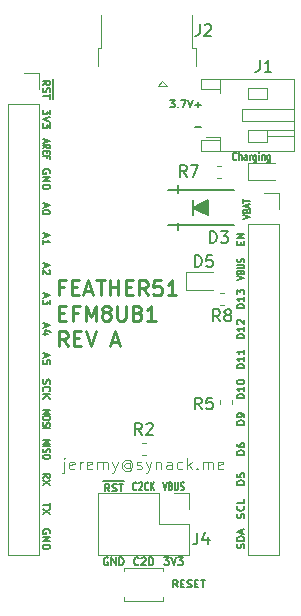
<source format=gto>
G04 #@! TF.GenerationSoftware,KiCad,Pcbnew,5.0.2+dfsg1-1*
G04 #@! TF.CreationDate,2019-04-15T18:08:30-07:00*
G04 #@! TF.ProjectId,feather51,66656174-6865-4723-9531-2e6b69636164,A*
G04 #@! TF.SameCoordinates,Original*
G04 #@! TF.FileFunction,Legend,Top*
G04 #@! TF.FilePolarity,Positive*
%FSLAX46Y46*%
G04 Gerber Fmt 4.6, Leading zero omitted, Abs format (unit mm)*
G04 Created by KiCad (PCBNEW 5.0.2+dfsg1-1) date Mon 15 Apr 2019 06:08:30 PM PDT*
%MOMM*%
%LPD*%
G01*
G04 APERTURE LIST*
%ADD10C,0.100000*%
%ADD11C,0.127000*%
%ADD12C,0.254000*%
%ADD13C,0.150000*%
%ADD14C,0.120000*%
G04 APERTURE END LIST*
D10*
X127905714Y-82335714D02*
X127905714Y-83192857D01*
X127858095Y-83288095D01*
X127762857Y-83335714D01*
X127715238Y-83335714D01*
X127905714Y-82002380D02*
X127858095Y-82050000D01*
X127905714Y-82097619D01*
X127953333Y-82050000D01*
X127905714Y-82002380D01*
X127905714Y-82097619D01*
X128762857Y-82954761D02*
X128667619Y-83002380D01*
X128477142Y-83002380D01*
X128381904Y-82954761D01*
X128334285Y-82859523D01*
X128334285Y-82478571D01*
X128381904Y-82383333D01*
X128477142Y-82335714D01*
X128667619Y-82335714D01*
X128762857Y-82383333D01*
X128810476Y-82478571D01*
X128810476Y-82573809D01*
X128334285Y-82669047D01*
X129239047Y-83002380D02*
X129239047Y-82335714D01*
X129239047Y-82526190D02*
X129286666Y-82430952D01*
X129334285Y-82383333D01*
X129429523Y-82335714D01*
X129524761Y-82335714D01*
X130239047Y-82954761D02*
X130143809Y-83002380D01*
X129953333Y-83002380D01*
X129858095Y-82954761D01*
X129810476Y-82859523D01*
X129810476Y-82478571D01*
X129858095Y-82383333D01*
X129953333Y-82335714D01*
X130143809Y-82335714D01*
X130239047Y-82383333D01*
X130286666Y-82478571D01*
X130286666Y-82573809D01*
X129810476Y-82669047D01*
X130715238Y-83002380D02*
X130715238Y-82335714D01*
X130715238Y-82430952D02*
X130762857Y-82383333D01*
X130858095Y-82335714D01*
X131000952Y-82335714D01*
X131096190Y-82383333D01*
X131143809Y-82478571D01*
X131143809Y-83002380D01*
X131143809Y-82478571D02*
X131191428Y-82383333D01*
X131286666Y-82335714D01*
X131429523Y-82335714D01*
X131524761Y-82383333D01*
X131572380Y-82478571D01*
X131572380Y-83002380D01*
X131953333Y-82335714D02*
X132191428Y-83002380D01*
X132429523Y-82335714D02*
X132191428Y-83002380D01*
X132096190Y-83240476D01*
X132048571Y-83288095D01*
X131953333Y-83335714D01*
X133429523Y-82526190D02*
X133381904Y-82478571D01*
X133286666Y-82430952D01*
X133191428Y-82430952D01*
X133096190Y-82478571D01*
X133048571Y-82526190D01*
X133000952Y-82621428D01*
X133000952Y-82716666D01*
X133048571Y-82811904D01*
X133096190Y-82859523D01*
X133191428Y-82907142D01*
X133286666Y-82907142D01*
X133381904Y-82859523D01*
X133429523Y-82811904D01*
X133429523Y-82430952D02*
X133429523Y-82811904D01*
X133477142Y-82859523D01*
X133524761Y-82859523D01*
X133620000Y-82811904D01*
X133667619Y-82716666D01*
X133667619Y-82478571D01*
X133572380Y-82335714D01*
X133429523Y-82240476D01*
X133239047Y-82192857D01*
X133048571Y-82240476D01*
X132905714Y-82335714D01*
X132810476Y-82478571D01*
X132762857Y-82669047D01*
X132810476Y-82859523D01*
X132905714Y-83002380D01*
X133048571Y-83097619D01*
X133239047Y-83145238D01*
X133429523Y-83097619D01*
X133572380Y-83002380D01*
X134048571Y-82954761D02*
X134143809Y-83002380D01*
X134334285Y-83002380D01*
X134429523Y-82954761D01*
X134477142Y-82859523D01*
X134477142Y-82811904D01*
X134429523Y-82716666D01*
X134334285Y-82669047D01*
X134191428Y-82669047D01*
X134096190Y-82621428D01*
X134048571Y-82526190D01*
X134048571Y-82478571D01*
X134096190Y-82383333D01*
X134191428Y-82335714D01*
X134334285Y-82335714D01*
X134429523Y-82383333D01*
X134810476Y-82335714D02*
X135048571Y-83002380D01*
X135286666Y-82335714D02*
X135048571Y-83002380D01*
X134953333Y-83240476D01*
X134905714Y-83288095D01*
X134810476Y-83335714D01*
X135667619Y-82335714D02*
X135667619Y-83002380D01*
X135667619Y-82430952D02*
X135715238Y-82383333D01*
X135810476Y-82335714D01*
X135953333Y-82335714D01*
X136048571Y-82383333D01*
X136096190Y-82478571D01*
X136096190Y-83002380D01*
X137000952Y-83002380D02*
X137000952Y-82478571D01*
X136953333Y-82383333D01*
X136858095Y-82335714D01*
X136667619Y-82335714D01*
X136572380Y-82383333D01*
X137000952Y-82954761D02*
X136905714Y-83002380D01*
X136667619Y-83002380D01*
X136572380Y-82954761D01*
X136524761Y-82859523D01*
X136524761Y-82764285D01*
X136572380Y-82669047D01*
X136667619Y-82621428D01*
X136905714Y-82621428D01*
X137000952Y-82573809D01*
X137905714Y-82954761D02*
X137810476Y-83002380D01*
X137620000Y-83002380D01*
X137524761Y-82954761D01*
X137477142Y-82907142D01*
X137429523Y-82811904D01*
X137429523Y-82526190D01*
X137477142Y-82430952D01*
X137524761Y-82383333D01*
X137620000Y-82335714D01*
X137810476Y-82335714D01*
X137905714Y-82383333D01*
X138334285Y-83002380D02*
X138334285Y-82002380D01*
X138429523Y-82621428D02*
X138715238Y-83002380D01*
X138715238Y-82335714D02*
X138334285Y-82716666D01*
X139143809Y-82907142D02*
X139191428Y-82954761D01*
X139143809Y-83002380D01*
X139096190Y-82954761D01*
X139143809Y-82907142D01*
X139143809Y-83002380D01*
X139620000Y-83002380D02*
X139620000Y-82335714D01*
X139620000Y-82430952D02*
X139667619Y-82383333D01*
X139762857Y-82335714D01*
X139905714Y-82335714D01*
X140000952Y-82383333D01*
X140048571Y-82478571D01*
X140048571Y-83002380D01*
X140048571Y-82478571D02*
X140096190Y-82383333D01*
X140191428Y-82335714D01*
X140334285Y-82335714D01*
X140429523Y-82383333D01*
X140477142Y-82478571D01*
X140477142Y-83002380D01*
X141334285Y-82954761D02*
X141239047Y-83002380D01*
X141048571Y-83002380D01*
X140953333Y-82954761D01*
X140905714Y-82859523D01*
X140905714Y-82478571D01*
X140953333Y-82383333D01*
X141048571Y-82335714D01*
X141239047Y-82335714D01*
X141334285Y-82383333D01*
X141381904Y-82478571D01*
X141381904Y-82573809D01*
X140905714Y-82669047D01*
D11*
X142527261Y-66971333D02*
X143162261Y-66802000D01*
X142527261Y-66632666D01*
X142829642Y-66294000D02*
X142859880Y-66221428D01*
X142890119Y-66197238D01*
X142950595Y-66173047D01*
X143041309Y-66173047D01*
X143101785Y-66197238D01*
X143132023Y-66221428D01*
X143162261Y-66269809D01*
X143162261Y-66463333D01*
X142527261Y-66463333D01*
X142527261Y-66294000D01*
X142557500Y-66245619D01*
X142587738Y-66221428D01*
X142648214Y-66197238D01*
X142708690Y-66197238D01*
X142769166Y-66221428D01*
X142799404Y-66245619D01*
X142829642Y-66294000D01*
X142829642Y-66463333D01*
X142527261Y-65955333D02*
X143041309Y-65955333D01*
X143101785Y-65931142D01*
X143132023Y-65906952D01*
X143162261Y-65858571D01*
X143162261Y-65761809D01*
X143132023Y-65713428D01*
X143101785Y-65689238D01*
X143041309Y-65665047D01*
X142527261Y-65665047D01*
X143132023Y-65447333D02*
X143162261Y-65374761D01*
X143162261Y-65253809D01*
X143132023Y-65205428D01*
X143101785Y-65181238D01*
X143041309Y-65157047D01*
X142980833Y-65157047D01*
X142920357Y-65181238D01*
X142890119Y-65205428D01*
X142859880Y-65253809D01*
X142829642Y-65350571D01*
X142799404Y-65398952D01*
X142769166Y-65423142D01*
X142708690Y-65447333D01*
X142648214Y-65447333D01*
X142587738Y-65423142D01*
X142557500Y-65398952D01*
X142527261Y-65350571D01*
X142527261Y-65229619D01*
X142557500Y-65157047D01*
X126712738Y-52553809D02*
X126712738Y-52946904D01*
X126470833Y-52735238D01*
X126470833Y-52825952D01*
X126440595Y-52886428D01*
X126410357Y-52916666D01*
X126349880Y-52946904D01*
X126198690Y-52946904D01*
X126138214Y-52916666D01*
X126107976Y-52886428D01*
X126077738Y-52825952D01*
X126077738Y-52644523D01*
X126107976Y-52584047D01*
X126138214Y-52553809D01*
X126712738Y-53128333D02*
X126077738Y-53340000D01*
X126712738Y-53551666D01*
X126712738Y-53702857D02*
X126712738Y-54095952D01*
X126470833Y-53884285D01*
X126470833Y-53975000D01*
X126440595Y-54035476D01*
X126410357Y-54065714D01*
X126349880Y-54095952D01*
X126198690Y-54095952D01*
X126138214Y-54065714D01*
X126107976Y-54035476D01*
X126077738Y-53975000D01*
X126077738Y-53793571D01*
X126107976Y-53733095D01*
X126138214Y-53702857D01*
X126259166Y-55057523D02*
X126259166Y-55299428D01*
X126077738Y-55009142D02*
X126712738Y-55178476D01*
X126077738Y-55347809D01*
X126077738Y-55807428D02*
X126380119Y-55638095D01*
X126077738Y-55517142D02*
X126712738Y-55517142D01*
X126712738Y-55710666D01*
X126682500Y-55759047D01*
X126652261Y-55783238D01*
X126591785Y-55807428D01*
X126501071Y-55807428D01*
X126440595Y-55783238D01*
X126410357Y-55759047D01*
X126380119Y-55710666D01*
X126380119Y-55517142D01*
X126410357Y-56025142D02*
X126410357Y-56194476D01*
X126077738Y-56267047D02*
X126077738Y-56025142D01*
X126712738Y-56025142D01*
X126712738Y-56267047D01*
X126410357Y-56654095D02*
X126410357Y-56484761D01*
X126077738Y-56484761D02*
X126712738Y-56484761D01*
X126712738Y-56726666D01*
X138982450Y-54020357D02*
X139466259Y-54020357D01*
X136865783Y-51722261D02*
X137258878Y-51722261D01*
X137047211Y-51964166D01*
X137137926Y-51964166D01*
X137198402Y-51994404D01*
X137228640Y-52024642D01*
X137258878Y-52085119D01*
X137258878Y-52236309D01*
X137228640Y-52296785D01*
X137198402Y-52327023D01*
X137137926Y-52357261D01*
X136956497Y-52357261D01*
X136896021Y-52327023D01*
X136865783Y-52296785D01*
X137531021Y-52296785D02*
X137561259Y-52327023D01*
X137531021Y-52357261D01*
X137500783Y-52327023D01*
X137531021Y-52296785D01*
X137531021Y-52357261D01*
X137772926Y-51722261D02*
X138196259Y-51722261D01*
X137924116Y-52357261D01*
X138347450Y-51722261D02*
X138559116Y-52357261D01*
X138770783Y-51722261D01*
X138982450Y-52115357D02*
X139466259Y-52115357D01*
X139224354Y-52357261D02*
X139224354Y-51873452D01*
X131218214Y-83959700D02*
X131853214Y-83959700D01*
X131732261Y-84869261D02*
X131520595Y-84566880D01*
X131369404Y-84869261D02*
X131369404Y-84234261D01*
X131611309Y-84234261D01*
X131671785Y-84264500D01*
X131702023Y-84294738D01*
X131732261Y-84355214D01*
X131732261Y-84445928D01*
X131702023Y-84506404D01*
X131671785Y-84536642D01*
X131611309Y-84566880D01*
X131369404Y-84566880D01*
X131853214Y-83959700D02*
X132457976Y-83959700D01*
X131974166Y-84839023D02*
X132064880Y-84869261D01*
X132216071Y-84869261D01*
X132276547Y-84839023D01*
X132306785Y-84808785D01*
X132337023Y-84748309D01*
X132337023Y-84687833D01*
X132306785Y-84627357D01*
X132276547Y-84597119D01*
X132216071Y-84566880D01*
X132095119Y-84536642D01*
X132034642Y-84506404D01*
X132004404Y-84476166D01*
X131974166Y-84415690D01*
X131974166Y-84355214D01*
X132004404Y-84294738D01*
X132034642Y-84264500D01*
X132095119Y-84234261D01*
X132246309Y-84234261D01*
X132337023Y-84264500D01*
X132457976Y-83959700D02*
X132941785Y-83959700D01*
X132518452Y-84234261D02*
X132881309Y-84234261D01*
X132699880Y-84869261D02*
X132699880Y-84234261D01*
X134027333Y-84681785D02*
X134003142Y-84712023D01*
X133930571Y-84742261D01*
X133882190Y-84742261D01*
X133809619Y-84712023D01*
X133761238Y-84651547D01*
X133737047Y-84591071D01*
X133712857Y-84470119D01*
X133712857Y-84379404D01*
X133737047Y-84258452D01*
X133761238Y-84197976D01*
X133809619Y-84137500D01*
X133882190Y-84107261D01*
X133930571Y-84107261D01*
X134003142Y-84137500D01*
X134027333Y-84167738D01*
X134220857Y-84167738D02*
X134245047Y-84137500D01*
X134293428Y-84107261D01*
X134414380Y-84107261D01*
X134462761Y-84137500D01*
X134486952Y-84167738D01*
X134511142Y-84228214D01*
X134511142Y-84288690D01*
X134486952Y-84379404D01*
X134196666Y-84742261D01*
X134511142Y-84742261D01*
X135019142Y-84681785D02*
X134994952Y-84712023D01*
X134922380Y-84742261D01*
X134874000Y-84742261D01*
X134801428Y-84712023D01*
X134753047Y-84651547D01*
X134728857Y-84591071D01*
X134704666Y-84470119D01*
X134704666Y-84379404D01*
X134728857Y-84258452D01*
X134753047Y-84197976D01*
X134801428Y-84137500D01*
X134874000Y-84107261D01*
X134922380Y-84107261D01*
X134994952Y-84137500D01*
X135019142Y-84167738D01*
X135236857Y-84742261D02*
X135236857Y-84107261D01*
X135527142Y-84742261D02*
X135309428Y-84379404D01*
X135527142Y-84107261D02*
X135236857Y-84470119D01*
X136228666Y-84107261D02*
X136398000Y-84742261D01*
X136567333Y-84107261D01*
X136906000Y-84409642D02*
X136978571Y-84439880D01*
X137002761Y-84470119D01*
X137026952Y-84530595D01*
X137026952Y-84621309D01*
X137002761Y-84681785D01*
X136978571Y-84712023D01*
X136930190Y-84742261D01*
X136736666Y-84742261D01*
X136736666Y-84107261D01*
X136906000Y-84107261D01*
X136954380Y-84137500D01*
X136978571Y-84167738D01*
X137002761Y-84228214D01*
X137002761Y-84288690D01*
X136978571Y-84349166D01*
X136954380Y-84379404D01*
X136906000Y-84409642D01*
X136736666Y-84409642D01*
X137244666Y-84107261D02*
X137244666Y-84621309D01*
X137268857Y-84681785D01*
X137293047Y-84712023D01*
X137341428Y-84742261D01*
X137438190Y-84742261D01*
X137486571Y-84712023D01*
X137510761Y-84681785D01*
X137534952Y-84621309D01*
X137534952Y-84107261D01*
X137752666Y-84712023D02*
X137825238Y-84742261D01*
X137946190Y-84742261D01*
X137994571Y-84712023D01*
X138018761Y-84681785D01*
X138042952Y-84621309D01*
X138042952Y-84560833D01*
X138018761Y-84500357D01*
X137994571Y-84470119D01*
X137946190Y-84439880D01*
X137849428Y-84409642D01*
X137801047Y-84379404D01*
X137776857Y-84349166D01*
X137752666Y-84288690D01*
X137752666Y-84228214D01*
X137776857Y-84167738D01*
X137801047Y-84137500D01*
X137849428Y-84107261D01*
X137970380Y-84107261D01*
X138042952Y-84137500D01*
X136373809Y-90457261D02*
X136766904Y-90457261D01*
X136555238Y-90699166D01*
X136645952Y-90699166D01*
X136706428Y-90729404D01*
X136736666Y-90759642D01*
X136766904Y-90820119D01*
X136766904Y-90971309D01*
X136736666Y-91031785D01*
X136706428Y-91062023D01*
X136645952Y-91092261D01*
X136464523Y-91092261D01*
X136404047Y-91062023D01*
X136373809Y-91031785D01*
X136948333Y-90457261D02*
X137160000Y-91092261D01*
X137371666Y-90457261D01*
X137522857Y-90457261D02*
X137915952Y-90457261D01*
X137704285Y-90699166D01*
X137795000Y-90699166D01*
X137855476Y-90729404D01*
X137885714Y-90759642D01*
X137915952Y-90820119D01*
X137915952Y-90971309D01*
X137885714Y-91031785D01*
X137855476Y-91062023D01*
X137795000Y-91092261D01*
X137613571Y-91092261D01*
X137553095Y-91062023D01*
X137522857Y-91031785D01*
X131596190Y-90487500D02*
X131535714Y-90457261D01*
X131445000Y-90457261D01*
X131354285Y-90487500D01*
X131293809Y-90547976D01*
X131263571Y-90608452D01*
X131233333Y-90729404D01*
X131233333Y-90820119D01*
X131263571Y-90941071D01*
X131293809Y-91001547D01*
X131354285Y-91062023D01*
X131445000Y-91092261D01*
X131505476Y-91092261D01*
X131596190Y-91062023D01*
X131626428Y-91031785D01*
X131626428Y-90820119D01*
X131505476Y-90820119D01*
X131898571Y-91092261D02*
X131898571Y-90457261D01*
X132261428Y-91092261D01*
X132261428Y-90457261D01*
X132563809Y-91092261D02*
X132563809Y-90457261D01*
X132715000Y-90457261D01*
X132805714Y-90487500D01*
X132866190Y-90547976D01*
X132896428Y-90608452D01*
X132926666Y-90729404D01*
X132926666Y-90820119D01*
X132896428Y-90941071D01*
X132866190Y-91001547D01*
X132805714Y-91062023D01*
X132715000Y-91092261D01*
X132563809Y-91092261D01*
X134196666Y-91031785D02*
X134166428Y-91062023D01*
X134075714Y-91092261D01*
X134015238Y-91092261D01*
X133924523Y-91062023D01*
X133864047Y-91001547D01*
X133833809Y-90941071D01*
X133803571Y-90820119D01*
X133803571Y-90729404D01*
X133833809Y-90608452D01*
X133864047Y-90547976D01*
X133924523Y-90487500D01*
X134015238Y-90457261D01*
X134075714Y-90457261D01*
X134166428Y-90487500D01*
X134196666Y-90517738D01*
X134438571Y-90517738D02*
X134468809Y-90487500D01*
X134529285Y-90457261D01*
X134680476Y-90457261D01*
X134740952Y-90487500D01*
X134771190Y-90517738D01*
X134801428Y-90578214D01*
X134801428Y-90638690D01*
X134771190Y-90729404D01*
X134408333Y-91092261D01*
X134801428Y-91092261D01*
X135073571Y-91092261D02*
X135073571Y-90457261D01*
X135224761Y-90457261D01*
X135315476Y-90487500D01*
X135375952Y-90547976D01*
X135406190Y-90608452D01*
X135436428Y-90729404D01*
X135436428Y-90820119D01*
X135406190Y-90941071D01*
X135375952Y-91001547D01*
X135315476Y-91062023D01*
X135224761Y-91092261D01*
X135073571Y-91092261D01*
X137507738Y-92997261D02*
X137296071Y-92694880D01*
X137144880Y-92997261D02*
X137144880Y-92362261D01*
X137386785Y-92362261D01*
X137447261Y-92392500D01*
X137477500Y-92422738D01*
X137507738Y-92483214D01*
X137507738Y-92573928D01*
X137477500Y-92634404D01*
X137447261Y-92664642D01*
X137386785Y-92694880D01*
X137144880Y-92694880D01*
X137779880Y-92664642D02*
X137991547Y-92664642D01*
X138082261Y-92997261D02*
X137779880Y-92997261D01*
X137779880Y-92362261D01*
X138082261Y-92362261D01*
X138324166Y-92967023D02*
X138414880Y-92997261D01*
X138566071Y-92997261D01*
X138626547Y-92967023D01*
X138656785Y-92936785D01*
X138687023Y-92876309D01*
X138687023Y-92815833D01*
X138656785Y-92755357D01*
X138626547Y-92725119D01*
X138566071Y-92694880D01*
X138445119Y-92664642D01*
X138384642Y-92634404D01*
X138354404Y-92604166D01*
X138324166Y-92543690D01*
X138324166Y-92483214D01*
X138354404Y-92422738D01*
X138384642Y-92392500D01*
X138445119Y-92362261D01*
X138596309Y-92362261D01*
X138687023Y-92392500D01*
X138959166Y-92664642D02*
X139170833Y-92664642D01*
X139261547Y-92997261D02*
X138959166Y-92997261D01*
X138959166Y-92362261D01*
X139261547Y-92362261D01*
X139442976Y-92362261D02*
X139805833Y-92362261D01*
X139624404Y-92997261D02*
X139624404Y-92362261D01*
D12*
X127890814Y-67600285D02*
X127467480Y-67600285D01*
X127467480Y-68265523D02*
X127467480Y-66995523D01*
X128072242Y-66995523D01*
X128556052Y-67600285D02*
X128979385Y-67600285D01*
X129160814Y-68265523D02*
X128556052Y-68265523D01*
X128556052Y-66995523D01*
X129160814Y-66995523D01*
X129644623Y-67902666D02*
X130249385Y-67902666D01*
X129523671Y-68265523D02*
X129947004Y-66995523D01*
X130370338Y-68265523D01*
X130612242Y-66995523D02*
X131337957Y-66995523D01*
X130975100Y-68265523D02*
X130975100Y-66995523D01*
X131761290Y-68265523D02*
X131761290Y-66995523D01*
X131761290Y-67600285D02*
X132487004Y-67600285D01*
X132487004Y-68265523D02*
X132487004Y-66995523D01*
X133091766Y-67600285D02*
X133515100Y-67600285D01*
X133696528Y-68265523D02*
X133091766Y-68265523D01*
X133091766Y-66995523D01*
X133696528Y-66995523D01*
X134966528Y-68265523D02*
X134543195Y-67660761D01*
X134240814Y-68265523D02*
X134240814Y-66995523D01*
X134724623Y-66995523D01*
X134845576Y-67056000D01*
X134906052Y-67116476D01*
X134966528Y-67237428D01*
X134966528Y-67418857D01*
X134906052Y-67539809D01*
X134845576Y-67600285D01*
X134724623Y-67660761D01*
X134240814Y-67660761D01*
X136115576Y-66995523D02*
X135510814Y-66995523D01*
X135450338Y-67600285D01*
X135510814Y-67539809D01*
X135631766Y-67479333D01*
X135934147Y-67479333D01*
X136055100Y-67539809D01*
X136115576Y-67600285D01*
X136176052Y-67721238D01*
X136176052Y-68023619D01*
X136115576Y-68144571D01*
X136055100Y-68205047D01*
X135934147Y-68265523D01*
X135631766Y-68265523D01*
X135510814Y-68205047D01*
X135450338Y-68144571D01*
X137385576Y-68265523D02*
X136659861Y-68265523D01*
X137022719Y-68265523D02*
X137022719Y-66995523D01*
X136901766Y-67176952D01*
X136780814Y-67297904D01*
X136659861Y-67358380D01*
X127467480Y-69759285D02*
X127890814Y-69759285D01*
X128072242Y-70424523D02*
X127467480Y-70424523D01*
X127467480Y-69154523D01*
X128072242Y-69154523D01*
X129039861Y-69759285D02*
X128616528Y-69759285D01*
X128616528Y-70424523D02*
X128616528Y-69154523D01*
X129221290Y-69154523D01*
X129705100Y-70424523D02*
X129705100Y-69154523D01*
X130128433Y-70061666D01*
X130551766Y-69154523D01*
X130551766Y-70424523D01*
X131337957Y-69698809D02*
X131217004Y-69638333D01*
X131156528Y-69577857D01*
X131096052Y-69456904D01*
X131096052Y-69396428D01*
X131156528Y-69275476D01*
X131217004Y-69215000D01*
X131337957Y-69154523D01*
X131579861Y-69154523D01*
X131700814Y-69215000D01*
X131761290Y-69275476D01*
X131821766Y-69396428D01*
X131821766Y-69456904D01*
X131761290Y-69577857D01*
X131700814Y-69638333D01*
X131579861Y-69698809D01*
X131337957Y-69698809D01*
X131217004Y-69759285D01*
X131156528Y-69819761D01*
X131096052Y-69940714D01*
X131096052Y-70182619D01*
X131156528Y-70303571D01*
X131217004Y-70364047D01*
X131337957Y-70424523D01*
X131579861Y-70424523D01*
X131700814Y-70364047D01*
X131761290Y-70303571D01*
X131821766Y-70182619D01*
X131821766Y-69940714D01*
X131761290Y-69819761D01*
X131700814Y-69759285D01*
X131579861Y-69698809D01*
X132366052Y-69154523D02*
X132366052Y-70182619D01*
X132426528Y-70303571D01*
X132487004Y-70364047D01*
X132607957Y-70424523D01*
X132849861Y-70424523D01*
X132970814Y-70364047D01*
X133031290Y-70303571D01*
X133091766Y-70182619D01*
X133091766Y-69154523D01*
X134119861Y-69759285D02*
X134301290Y-69819761D01*
X134361766Y-69880238D01*
X134422242Y-70001190D01*
X134422242Y-70182619D01*
X134361766Y-70303571D01*
X134301290Y-70364047D01*
X134180338Y-70424523D01*
X133696528Y-70424523D01*
X133696528Y-69154523D01*
X134119861Y-69154523D01*
X134240814Y-69215000D01*
X134301290Y-69275476D01*
X134361766Y-69396428D01*
X134361766Y-69517380D01*
X134301290Y-69638333D01*
X134240814Y-69698809D01*
X134119861Y-69759285D01*
X133696528Y-69759285D01*
X135631766Y-70424523D02*
X134906052Y-70424523D01*
X135268909Y-70424523D02*
X135268909Y-69154523D01*
X135147957Y-69335952D01*
X135027004Y-69456904D01*
X134906052Y-69517380D01*
X128193195Y-72583523D02*
X127769861Y-71978761D01*
X127467480Y-72583523D02*
X127467480Y-71313523D01*
X127951290Y-71313523D01*
X128072242Y-71374000D01*
X128132719Y-71434476D01*
X128193195Y-71555428D01*
X128193195Y-71736857D01*
X128132719Y-71857809D01*
X128072242Y-71918285D01*
X127951290Y-71978761D01*
X127467480Y-71978761D01*
X128737480Y-71918285D02*
X129160814Y-71918285D01*
X129342242Y-72583523D02*
X128737480Y-72583523D01*
X128737480Y-71313523D01*
X129342242Y-71313523D01*
X129705100Y-71313523D02*
X130128433Y-72583523D01*
X130551766Y-71313523D01*
X131882242Y-72220666D02*
X132487004Y-72220666D01*
X131761290Y-72583523D02*
X132184623Y-71313523D01*
X132607957Y-72583523D01*
D11*
X142494000Y-56741785D02*
X142469809Y-56772023D01*
X142397238Y-56802261D01*
X142348857Y-56802261D01*
X142276285Y-56772023D01*
X142227904Y-56711547D01*
X142203714Y-56651071D01*
X142179523Y-56530119D01*
X142179523Y-56439404D01*
X142203714Y-56318452D01*
X142227904Y-56257976D01*
X142276285Y-56197500D01*
X142348857Y-56167261D01*
X142397238Y-56167261D01*
X142469809Y-56197500D01*
X142494000Y-56227738D01*
X142711714Y-56802261D02*
X142711714Y-56167261D01*
X142929428Y-56802261D02*
X142929428Y-56469642D01*
X142905238Y-56409166D01*
X142856857Y-56378928D01*
X142784285Y-56378928D01*
X142735904Y-56409166D01*
X142711714Y-56439404D01*
X143389047Y-56802261D02*
X143389047Y-56469642D01*
X143364857Y-56409166D01*
X143316476Y-56378928D01*
X143219714Y-56378928D01*
X143171333Y-56409166D01*
X143389047Y-56772023D02*
X143340666Y-56802261D01*
X143219714Y-56802261D01*
X143171333Y-56772023D01*
X143147142Y-56711547D01*
X143147142Y-56651071D01*
X143171333Y-56590595D01*
X143219714Y-56560357D01*
X143340666Y-56560357D01*
X143389047Y-56530119D01*
X143630952Y-56802261D02*
X143630952Y-56378928D01*
X143630952Y-56499880D02*
X143655142Y-56439404D01*
X143679333Y-56409166D01*
X143727714Y-56378928D01*
X143776095Y-56378928D01*
X144163142Y-56378928D02*
X144163142Y-56892976D01*
X144138952Y-56953452D01*
X144114761Y-56983690D01*
X144066380Y-57013928D01*
X143993809Y-57013928D01*
X143945428Y-56983690D01*
X144163142Y-56772023D02*
X144114761Y-56802261D01*
X144018000Y-56802261D01*
X143969619Y-56772023D01*
X143945428Y-56741785D01*
X143921238Y-56681309D01*
X143921238Y-56499880D01*
X143945428Y-56439404D01*
X143969619Y-56409166D01*
X144018000Y-56378928D01*
X144114761Y-56378928D01*
X144163142Y-56409166D01*
X144405047Y-56802261D02*
X144405047Y-56378928D01*
X144405047Y-56167261D02*
X144380857Y-56197500D01*
X144405047Y-56227738D01*
X144429238Y-56197500D01*
X144405047Y-56167261D01*
X144405047Y-56227738D01*
X144646952Y-56378928D02*
X144646952Y-56802261D01*
X144646952Y-56439404D02*
X144671142Y-56409166D01*
X144719523Y-56378928D01*
X144792095Y-56378928D01*
X144840476Y-56409166D01*
X144864666Y-56469642D01*
X144864666Y-56802261D01*
X145324285Y-56378928D02*
X145324285Y-56892976D01*
X145300095Y-56953452D01*
X145275904Y-56983690D01*
X145227523Y-57013928D01*
X145154952Y-57013928D01*
X145106571Y-56983690D01*
X145324285Y-56772023D02*
X145275904Y-56802261D01*
X145179142Y-56802261D01*
X145130761Y-56772023D01*
X145106571Y-56741785D01*
X145082380Y-56681309D01*
X145082380Y-56499880D01*
X145106571Y-56439404D01*
X145130761Y-56409166D01*
X145179142Y-56378928D01*
X145275904Y-56378928D01*
X145324285Y-56409166D01*
X143035261Y-61794571D02*
X143670261Y-61625238D01*
X143035261Y-61455904D01*
X143337642Y-61117238D02*
X143367880Y-61044666D01*
X143398119Y-61020476D01*
X143458595Y-60996285D01*
X143549309Y-60996285D01*
X143609785Y-61020476D01*
X143640023Y-61044666D01*
X143670261Y-61093047D01*
X143670261Y-61286571D01*
X143035261Y-61286571D01*
X143035261Y-61117238D01*
X143065500Y-61068857D01*
X143095738Y-61044666D01*
X143156214Y-61020476D01*
X143216690Y-61020476D01*
X143277166Y-61044666D01*
X143307404Y-61068857D01*
X143337642Y-61117238D01*
X143337642Y-61286571D01*
X143488833Y-60802761D02*
X143488833Y-60560857D01*
X143670261Y-60851142D02*
X143035261Y-60681809D01*
X143670261Y-60512476D01*
X143035261Y-60415714D02*
X143035261Y-60125428D01*
X143670261Y-60270571D02*
X143035261Y-60270571D01*
X142829642Y-63968690D02*
X142829642Y-63757023D01*
X143162261Y-63666309D02*
X143162261Y-63968690D01*
X142527261Y-63968690D01*
X142527261Y-63666309D01*
X143162261Y-63394166D02*
X142527261Y-63394166D01*
X143162261Y-63031309D01*
X142527261Y-63031309D01*
X143162261Y-69351071D02*
X142527261Y-69351071D01*
X142527261Y-69199880D01*
X142557500Y-69109166D01*
X142617976Y-69048690D01*
X142678452Y-69018452D01*
X142799404Y-68988214D01*
X142890119Y-68988214D01*
X143011071Y-69018452D01*
X143071547Y-69048690D01*
X143132023Y-69109166D01*
X143162261Y-69199880D01*
X143162261Y-69351071D01*
X143162261Y-68383452D02*
X143162261Y-68746309D01*
X143162261Y-68564880D02*
X142527261Y-68564880D01*
X142617976Y-68625357D01*
X142678452Y-68685833D01*
X142708690Y-68746309D01*
X142527261Y-68171785D02*
X142527261Y-67778690D01*
X142769166Y-67990357D01*
X142769166Y-67899642D01*
X142799404Y-67839166D01*
X142829642Y-67808928D01*
X142890119Y-67778690D01*
X143041309Y-67778690D01*
X143101785Y-67808928D01*
X143132023Y-67839166D01*
X143162261Y-67899642D01*
X143162261Y-68081071D01*
X143132023Y-68141547D01*
X143101785Y-68171785D01*
X143162261Y-71891071D02*
X142527261Y-71891071D01*
X142527261Y-71739880D01*
X142557500Y-71649166D01*
X142617976Y-71588690D01*
X142678452Y-71558452D01*
X142799404Y-71528214D01*
X142890119Y-71528214D01*
X143011071Y-71558452D01*
X143071547Y-71588690D01*
X143132023Y-71649166D01*
X143162261Y-71739880D01*
X143162261Y-71891071D01*
X143162261Y-70923452D02*
X143162261Y-71286309D01*
X143162261Y-71104880D02*
X142527261Y-71104880D01*
X142617976Y-71165357D01*
X142678452Y-71225833D01*
X142708690Y-71286309D01*
X142587738Y-70681547D02*
X142557500Y-70651309D01*
X142527261Y-70590833D01*
X142527261Y-70439642D01*
X142557500Y-70379166D01*
X142587738Y-70348928D01*
X142648214Y-70318690D01*
X142708690Y-70318690D01*
X142799404Y-70348928D01*
X143162261Y-70711785D01*
X143162261Y-70318690D01*
X143162261Y-74431071D02*
X142527261Y-74431071D01*
X142527261Y-74279880D01*
X142557500Y-74189166D01*
X142617976Y-74128690D01*
X142678452Y-74098452D01*
X142799404Y-74068214D01*
X142890119Y-74068214D01*
X143011071Y-74098452D01*
X143071547Y-74128690D01*
X143132023Y-74189166D01*
X143162261Y-74279880D01*
X143162261Y-74431071D01*
X143162261Y-73463452D02*
X143162261Y-73826309D01*
X143162261Y-73644880D02*
X142527261Y-73644880D01*
X142617976Y-73705357D01*
X142678452Y-73765833D01*
X142708690Y-73826309D01*
X143162261Y-72858690D02*
X143162261Y-73221547D01*
X143162261Y-73040119D02*
X142527261Y-73040119D01*
X142617976Y-73100595D01*
X142678452Y-73161071D01*
X142708690Y-73221547D01*
X143162261Y-76971071D02*
X142527261Y-76971071D01*
X142527261Y-76819880D01*
X142557500Y-76729166D01*
X142617976Y-76668690D01*
X142678452Y-76638452D01*
X142799404Y-76608214D01*
X142890119Y-76608214D01*
X143011071Y-76638452D01*
X143071547Y-76668690D01*
X143132023Y-76729166D01*
X143162261Y-76819880D01*
X143162261Y-76971071D01*
X143162261Y-76003452D02*
X143162261Y-76366309D01*
X143162261Y-76184880D02*
X142527261Y-76184880D01*
X142617976Y-76245357D01*
X142678452Y-76305833D01*
X142708690Y-76366309D01*
X142527261Y-75610357D02*
X142527261Y-75549880D01*
X142557500Y-75489404D01*
X142587738Y-75459166D01*
X142648214Y-75428928D01*
X142769166Y-75398690D01*
X142920357Y-75398690D01*
X143041309Y-75428928D01*
X143101785Y-75459166D01*
X143132023Y-75489404D01*
X143162261Y-75549880D01*
X143162261Y-75610357D01*
X143132023Y-75670833D01*
X143101785Y-75701071D01*
X143041309Y-75731309D01*
X142920357Y-75761547D01*
X142769166Y-75761547D01*
X142648214Y-75731309D01*
X142587738Y-75701071D01*
X142557500Y-75670833D01*
X142527261Y-75610357D01*
X143162261Y-79208690D02*
X142527261Y-79208690D01*
X142527261Y-79057500D01*
X142557500Y-78966785D01*
X142617976Y-78906309D01*
X142678452Y-78876071D01*
X142799404Y-78845833D01*
X142890119Y-78845833D01*
X143011071Y-78876071D01*
X143071547Y-78906309D01*
X143132023Y-78966785D01*
X143162261Y-79057500D01*
X143162261Y-79208690D01*
X143162261Y-78543452D02*
X143162261Y-78422500D01*
X143132023Y-78362023D01*
X143101785Y-78331785D01*
X143011071Y-78271309D01*
X142890119Y-78241071D01*
X142648214Y-78241071D01*
X142587738Y-78271309D01*
X142557500Y-78301547D01*
X142527261Y-78362023D01*
X142527261Y-78482976D01*
X142557500Y-78543452D01*
X142587738Y-78573690D01*
X142648214Y-78603928D01*
X142799404Y-78603928D01*
X142859880Y-78573690D01*
X142890119Y-78543452D01*
X142920357Y-78482976D01*
X142920357Y-78362023D01*
X142890119Y-78301547D01*
X142859880Y-78271309D01*
X142799404Y-78241071D01*
X143162261Y-81748690D02*
X142527261Y-81748690D01*
X142527261Y-81597500D01*
X142557500Y-81506785D01*
X142617976Y-81446309D01*
X142678452Y-81416071D01*
X142799404Y-81385833D01*
X142890119Y-81385833D01*
X143011071Y-81416071D01*
X143071547Y-81446309D01*
X143132023Y-81506785D01*
X143162261Y-81597500D01*
X143162261Y-81748690D01*
X142527261Y-80841547D02*
X142527261Y-80962500D01*
X142557500Y-81022976D01*
X142587738Y-81053214D01*
X142678452Y-81113690D01*
X142799404Y-81143928D01*
X143041309Y-81143928D01*
X143101785Y-81113690D01*
X143132023Y-81083452D01*
X143162261Y-81022976D01*
X143162261Y-80902023D01*
X143132023Y-80841547D01*
X143101785Y-80811309D01*
X143041309Y-80781071D01*
X142890119Y-80781071D01*
X142829642Y-80811309D01*
X142799404Y-80841547D01*
X142769166Y-80902023D01*
X142769166Y-81022976D01*
X142799404Y-81083452D01*
X142829642Y-81113690D01*
X142890119Y-81143928D01*
X143162261Y-84288690D02*
X142527261Y-84288690D01*
X142527261Y-84137500D01*
X142557500Y-84046785D01*
X142617976Y-83986309D01*
X142678452Y-83956071D01*
X142799404Y-83925833D01*
X142890119Y-83925833D01*
X143011071Y-83956071D01*
X143071547Y-83986309D01*
X143132023Y-84046785D01*
X143162261Y-84137500D01*
X143162261Y-84288690D01*
X142527261Y-83351309D02*
X142527261Y-83653690D01*
X142829642Y-83683928D01*
X142799404Y-83653690D01*
X142769166Y-83593214D01*
X142769166Y-83442023D01*
X142799404Y-83381547D01*
X142829642Y-83351309D01*
X142890119Y-83321071D01*
X143041309Y-83321071D01*
X143101785Y-83351309D01*
X143132023Y-83381547D01*
X143162261Y-83442023D01*
X143162261Y-83593214D01*
X143132023Y-83653690D01*
X143101785Y-83683928D01*
X143132023Y-87115952D02*
X143162261Y-87025238D01*
X143162261Y-86874047D01*
X143132023Y-86813571D01*
X143101785Y-86783333D01*
X143041309Y-86753095D01*
X142980833Y-86753095D01*
X142920357Y-86783333D01*
X142890119Y-86813571D01*
X142859880Y-86874047D01*
X142829642Y-86995000D01*
X142799404Y-87055476D01*
X142769166Y-87085714D01*
X142708690Y-87115952D01*
X142648214Y-87115952D01*
X142587738Y-87085714D01*
X142557500Y-87055476D01*
X142527261Y-86995000D01*
X142527261Y-86843809D01*
X142557500Y-86753095D01*
X143101785Y-86118095D02*
X143132023Y-86148333D01*
X143162261Y-86239047D01*
X143162261Y-86299523D01*
X143132023Y-86390238D01*
X143071547Y-86450714D01*
X143011071Y-86480952D01*
X142890119Y-86511190D01*
X142799404Y-86511190D01*
X142678452Y-86480952D01*
X142617976Y-86450714D01*
X142557500Y-86390238D01*
X142527261Y-86299523D01*
X142527261Y-86239047D01*
X142557500Y-86148333D01*
X142587738Y-86118095D01*
X143162261Y-85543571D02*
X143162261Y-85845952D01*
X142527261Y-85845952D01*
X143132023Y-89671071D02*
X143162261Y-89580357D01*
X143162261Y-89429166D01*
X143132023Y-89368690D01*
X143101785Y-89338452D01*
X143041309Y-89308214D01*
X142980833Y-89308214D01*
X142920357Y-89338452D01*
X142890119Y-89368690D01*
X142859880Y-89429166D01*
X142829642Y-89550119D01*
X142799404Y-89610595D01*
X142769166Y-89640833D01*
X142708690Y-89671071D01*
X142648214Y-89671071D01*
X142587738Y-89640833D01*
X142557500Y-89610595D01*
X142527261Y-89550119D01*
X142527261Y-89398928D01*
X142557500Y-89308214D01*
X143162261Y-89036071D02*
X142527261Y-89036071D01*
X142527261Y-88884880D01*
X142557500Y-88794166D01*
X142617976Y-88733690D01*
X142678452Y-88703452D01*
X142799404Y-88673214D01*
X142890119Y-88673214D01*
X143011071Y-88703452D01*
X143071547Y-88733690D01*
X143132023Y-88794166D01*
X143162261Y-88884880D01*
X143162261Y-89036071D01*
X142980833Y-88431309D02*
X142980833Y-88128928D01*
X143162261Y-88491785D02*
X142527261Y-88280119D01*
X143162261Y-88068452D01*
X126682500Y-88416190D02*
X126712738Y-88355714D01*
X126712738Y-88265000D01*
X126682500Y-88174285D01*
X126622023Y-88113809D01*
X126561547Y-88083571D01*
X126440595Y-88053333D01*
X126349880Y-88053333D01*
X126228928Y-88083571D01*
X126168452Y-88113809D01*
X126107976Y-88174285D01*
X126077738Y-88265000D01*
X126077738Y-88325476D01*
X126107976Y-88416190D01*
X126138214Y-88446428D01*
X126349880Y-88446428D01*
X126349880Y-88325476D01*
X126077738Y-88718571D02*
X126712738Y-88718571D01*
X126077738Y-89081428D01*
X126712738Y-89081428D01*
X126077738Y-89383809D02*
X126712738Y-89383809D01*
X126712738Y-89535000D01*
X126682500Y-89625714D01*
X126622023Y-89686190D01*
X126561547Y-89716428D01*
X126440595Y-89746666D01*
X126349880Y-89746666D01*
X126228928Y-89716428D01*
X126168452Y-89686190D01*
X126107976Y-89625714D01*
X126077738Y-89535000D01*
X126077738Y-89383809D01*
X126712738Y-85876190D02*
X126712738Y-86239047D01*
X126077738Y-86057619D02*
X126712738Y-86057619D01*
X126712738Y-86390238D02*
X126077738Y-86813571D01*
X126712738Y-86813571D02*
X126077738Y-86390238D01*
X126077738Y-83714166D02*
X126380119Y-83502500D01*
X126077738Y-83351309D02*
X126712738Y-83351309D01*
X126712738Y-83593214D01*
X126682500Y-83653690D01*
X126652261Y-83683928D01*
X126591785Y-83714166D01*
X126501071Y-83714166D01*
X126440595Y-83683928D01*
X126410357Y-83653690D01*
X126380119Y-83593214D01*
X126380119Y-83351309D01*
X126712738Y-83925833D02*
X126077738Y-84349166D01*
X126712738Y-84349166D02*
X126077738Y-83925833D01*
X126077738Y-80481714D02*
X126712738Y-80481714D01*
X126259166Y-80651047D01*
X126712738Y-80820380D01*
X126077738Y-80820380D01*
X126077738Y-81062285D02*
X126712738Y-81062285D01*
X126107976Y-81280000D02*
X126077738Y-81352571D01*
X126077738Y-81473523D01*
X126107976Y-81521904D01*
X126138214Y-81546095D01*
X126198690Y-81570285D01*
X126259166Y-81570285D01*
X126319642Y-81546095D01*
X126349880Y-81521904D01*
X126380119Y-81473523D01*
X126410357Y-81376761D01*
X126440595Y-81328380D01*
X126470833Y-81304190D01*
X126531309Y-81280000D01*
X126591785Y-81280000D01*
X126652261Y-81304190D01*
X126682500Y-81328380D01*
X126712738Y-81376761D01*
X126712738Y-81497714D01*
X126682500Y-81570285D01*
X126712738Y-81884761D02*
X126712738Y-81981523D01*
X126682500Y-82029904D01*
X126622023Y-82078285D01*
X126501071Y-82102476D01*
X126289404Y-82102476D01*
X126168452Y-82078285D01*
X126107976Y-82029904D01*
X126077738Y-81981523D01*
X126077738Y-81884761D01*
X126107976Y-81836380D01*
X126168452Y-81788000D01*
X126289404Y-81763809D01*
X126501071Y-81763809D01*
X126622023Y-81788000D01*
X126682500Y-81836380D01*
X126712738Y-81884761D01*
X126077738Y-77941714D02*
X126712738Y-77941714D01*
X126259166Y-78111047D01*
X126712738Y-78280380D01*
X126077738Y-78280380D01*
X126712738Y-78619047D02*
X126712738Y-78715809D01*
X126682500Y-78764190D01*
X126622023Y-78812571D01*
X126501071Y-78836761D01*
X126289404Y-78836761D01*
X126168452Y-78812571D01*
X126107976Y-78764190D01*
X126077738Y-78715809D01*
X126077738Y-78619047D01*
X126107976Y-78570666D01*
X126168452Y-78522285D01*
X126289404Y-78498095D01*
X126501071Y-78498095D01*
X126622023Y-78522285D01*
X126682500Y-78570666D01*
X126712738Y-78619047D01*
X126107976Y-79030285D02*
X126077738Y-79102857D01*
X126077738Y-79223809D01*
X126107976Y-79272190D01*
X126138214Y-79296380D01*
X126198690Y-79320571D01*
X126259166Y-79320571D01*
X126319642Y-79296380D01*
X126349880Y-79272190D01*
X126380119Y-79223809D01*
X126410357Y-79127047D01*
X126440595Y-79078666D01*
X126470833Y-79054476D01*
X126531309Y-79030285D01*
X126591785Y-79030285D01*
X126652261Y-79054476D01*
X126682500Y-79078666D01*
X126712738Y-79127047D01*
X126712738Y-79248000D01*
X126682500Y-79320571D01*
X126077738Y-79538285D02*
X126712738Y-79538285D01*
X126107976Y-75383571D02*
X126077738Y-75474285D01*
X126077738Y-75625476D01*
X126107976Y-75685952D01*
X126138214Y-75716190D01*
X126198690Y-75746428D01*
X126259166Y-75746428D01*
X126319642Y-75716190D01*
X126349880Y-75685952D01*
X126380119Y-75625476D01*
X126410357Y-75504523D01*
X126440595Y-75444047D01*
X126470833Y-75413809D01*
X126531309Y-75383571D01*
X126591785Y-75383571D01*
X126652261Y-75413809D01*
X126682500Y-75444047D01*
X126712738Y-75504523D01*
X126712738Y-75655714D01*
X126682500Y-75746428D01*
X126138214Y-76381428D02*
X126107976Y-76351190D01*
X126077738Y-76260476D01*
X126077738Y-76200000D01*
X126107976Y-76109285D01*
X126168452Y-76048809D01*
X126228928Y-76018571D01*
X126349880Y-75988333D01*
X126440595Y-75988333D01*
X126561547Y-76018571D01*
X126622023Y-76048809D01*
X126682500Y-76109285D01*
X126712738Y-76200000D01*
X126712738Y-76260476D01*
X126682500Y-76351190D01*
X126652261Y-76381428D01*
X126077738Y-76653571D02*
X126712738Y-76653571D01*
X126077738Y-77016428D02*
X126440595Y-76744285D01*
X126712738Y-77016428D02*
X126349880Y-76653571D01*
X126259166Y-73206428D02*
X126259166Y-73508809D01*
X126077738Y-73145952D02*
X126712738Y-73357619D01*
X126077738Y-73569285D01*
X126712738Y-74083333D02*
X126712738Y-73780952D01*
X126410357Y-73750714D01*
X126440595Y-73780952D01*
X126470833Y-73841428D01*
X126470833Y-73992619D01*
X126440595Y-74053095D01*
X126410357Y-74083333D01*
X126349880Y-74113571D01*
X126198690Y-74113571D01*
X126138214Y-74083333D01*
X126107976Y-74053095D01*
X126077738Y-73992619D01*
X126077738Y-73841428D01*
X126107976Y-73780952D01*
X126138214Y-73750714D01*
X126259166Y-70666428D02*
X126259166Y-70968809D01*
X126077738Y-70605952D02*
X126712738Y-70817619D01*
X126077738Y-71029285D01*
X126501071Y-71513095D02*
X126077738Y-71513095D01*
X126742976Y-71361904D02*
X126289404Y-71210714D01*
X126289404Y-71603809D01*
X126259166Y-68126428D02*
X126259166Y-68428809D01*
X126077738Y-68065952D02*
X126712738Y-68277619D01*
X126077738Y-68489285D01*
X126712738Y-68640476D02*
X126712738Y-69033571D01*
X126470833Y-68821904D01*
X126470833Y-68912619D01*
X126440595Y-68973095D01*
X126410357Y-69003333D01*
X126349880Y-69033571D01*
X126198690Y-69033571D01*
X126138214Y-69003333D01*
X126107976Y-68973095D01*
X126077738Y-68912619D01*
X126077738Y-68731190D01*
X126107976Y-68670714D01*
X126138214Y-68640476D01*
X126259166Y-65586428D02*
X126259166Y-65888809D01*
X126077738Y-65525952D02*
X126712738Y-65737619D01*
X126077738Y-65949285D01*
X126652261Y-66130714D02*
X126682500Y-66160952D01*
X126712738Y-66221428D01*
X126712738Y-66372619D01*
X126682500Y-66433095D01*
X126652261Y-66463333D01*
X126591785Y-66493571D01*
X126531309Y-66493571D01*
X126440595Y-66463333D01*
X126077738Y-66100476D01*
X126077738Y-66493571D01*
X126259166Y-63046428D02*
X126259166Y-63348809D01*
X126077738Y-62985952D02*
X126712738Y-63197619D01*
X126077738Y-63409285D01*
X126077738Y-63953571D02*
X126077738Y-63590714D01*
X126077738Y-63772142D02*
X126712738Y-63772142D01*
X126622023Y-63711666D01*
X126561547Y-63651190D01*
X126531309Y-63590714D01*
X126259166Y-60506428D02*
X126259166Y-60808809D01*
X126077738Y-60445952D02*
X126712738Y-60657619D01*
X126077738Y-60869285D01*
X126712738Y-61201904D02*
X126712738Y-61262380D01*
X126682500Y-61322857D01*
X126652261Y-61353095D01*
X126591785Y-61383333D01*
X126470833Y-61413571D01*
X126319642Y-61413571D01*
X126198690Y-61383333D01*
X126138214Y-61353095D01*
X126107976Y-61322857D01*
X126077738Y-61262380D01*
X126077738Y-61201904D01*
X126107976Y-61141428D01*
X126138214Y-61111190D01*
X126198690Y-61080952D01*
X126319642Y-61050714D01*
X126470833Y-61050714D01*
X126591785Y-61080952D01*
X126652261Y-61111190D01*
X126682500Y-61141428D01*
X126712738Y-61201904D01*
X126682500Y-57936190D02*
X126712738Y-57875714D01*
X126712738Y-57785000D01*
X126682500Y-57694285D01*
X126622023Y-57633809D01*
X126561547Y-57603571D01*
X126440595Y-57573333D01*
X126349880Y-57573333D01*
X126228928Y-57603571D01*
X126168452Y-57633809D01*
X126107976Y-57694285D01*
X126077738Y-57785000D01*
X126077738Y-57845476D01*
X126107976Y-57936190D01*
X126138214Y-57966428D01*
X126349880Y-57966428D01*
X126349880Y-57845476D01*
X126077738Y-58238571D02*
X126712738Y-58238571D01*
X126077738Y-58601428D01*
X126712738Y-58601428D01*
X126077738Y-58903809D02*
X126712738Y-58903809D01*
X126712738Y-59055000D01*
X126682500Y-59145714D01*
X126622023Y-59206190D01*
X126561547Y-59236428D01*
X126440595Y-59266666D01*
X126349880Y-59266666D01*
X126228928Y-59236428D01*
X126168452Y-59206190D01*
X126107976Y-59145714D01*
X126077738Y-59055000D01*
X126077738Y-58903809D01*
X126987300Y-49938214D02*
X126987300Y-50573214D01*
X126077738Y-50452261D02*
X126380119Y-50240595D01*
X126077738Y-50089404D02*
X126712738Y-50089404D01*
X126712738Y-50331309D01*
X126682500Y-50391785D01*
X126652261Y-50422023D01*
X126591785Y-50452261D01*
X126501071Y-50452261D01*
X126440595Y-50422023D01*
X126410357Y-50391785D01*
X126380119Y-50331309D01*
X126380119Y-50089404D01*
X126987300Y-50573214D02*
X126987300Y-51177976D01*
X126107976Y-50694166D02*
X126077738Y-50784880D01*
X126077738Y-50936071D01*
X126107976Y-50996547D01*
X126138214Y-51026785D01*
X126198690Y-51057023D01*
X126259166Y-51057023D01*
X126319642Y-51026785D01*
X126349880Y-50996547D01*
X126380119Y-50936071D01*
X126410357Y-50815119D01*
X126440595Y-50754642D01*
X126470833Y-50724404D01*
X126531309Y-50694166D01*
X126591785Y-50694166D01*
X126652261Y-50724404D01*
X126682500Y-50754642D01*
X126712738Y-50815119D01*
X126712738Y-50966309D01*
X126682500Y-51057023D01*
X126987300Y-51177976D02*
X126987300Y-51661785D01*
X126712738Y-51238452D02*
X126712738Y-51601309D01*
X126077738Y-51419880D02*
X126712738Y-51419880D01*
D13*
G04 #@! TO.C,D3*
X138811000Y-60198000D02*
X138811000Y-61468000D01*
G36*
X140081000Y-60198000D02*
X138811000Y-60833000D01*
X140081000Y-61468000D01*
X140081000Y-60198000D01*
G37*
X140081000Y-60198000D02*
X138811000Y-60833000D01*
X140081000Y-61468000D01*
X140081000Y-60198000D01*
X137541000Y-59563000D02*
X137541000Y-58928000D01*
X137541000Y-62738000D02*
X137541000Y-62103000D01*
X136646000Y-59358000D02*
X142246000Y-59358000D01*
X136646000Y-62308000D02*
X142246000Y-62308000D01*
D14*
G04 #@! TO.C,J1*
X141110000Y-54835000D02*
X141110000Y-55115000D01*
X141110000Y-55115000D02*
X139510000Y-55115000D01*
X139510000Y-55115000D02*
X139510000Y-56035000D01*
X139510000Y-56035000D02*
X147330000Y-56035000D01*
X147330000Y-56035000D02*
X147330000Y-49915000D01*
X147330000Y-49915000D02*
X139510000Y-49915000D01*
X139510000Y-49915000D02*
X139510000Y-50835000D01*
X139510000Y-50835000D02*
X141110000Y-50835000D01*
X141110000Y-50835000D02*
X141110000Y-51115000D01*
X147330000Y-53475000D02*
X142970000Y-53475000D01*
X142970000Y-53475000D02*
X142970000Y-52475000D01*
X142970000Y-52475000D02*
X147330000Y-52475000D01*
X141110000Y-56035000D02*
X141110000Y-55115000D01*
X141110000Y-49915000D02*
X141110000Y-50835000D01*
X143470000Y-55275000D02*
X145070000Y-55275000D01*
X145070000Y-55275000D02*
X145070000Y-54275000D01*
X145070000Y-54275000D02*
X143470000Y-54275000D01*
X143470000Y-54275000D02*
X143470000Y-55275000D01*
X143470000Y-50675000D02*
X145070000Y-50675000D01*
X145070000Y-50675000D02*
X145070000Y-51675000D01*
X145070000Y-51675000D02*
X143470000Y-51675000D01*
X143470000Y-51675000D02*
X143470000Y-50675000D01*
X145070000Y-54275000D02*
X147330000Y-54275000D01*
X145070000Y-54775000D02*
X147330000Y-54775000D01*
X141110000Y-54835000D02*
X139895000Y-54835000D01*
G04 #@! TO.C,D4*
X145732500Y-57050000D02*
X143447500Y-57050000D01*
X143447500Y-57050000D02*
X143447500Y-58520000D01*
X143447500Y-58520000D02*
X145732500Y-58520000D01*
G04 #@! TO.C,D5*
X138189500Y-67791000D02*
X140474500Y-67791000D01*
X138189500Y-66321000D02*
X138189500Y-67791000D01*
X140474500Y-66321000D02*
X138189500Y-66321000D01*
G04 #@! TO.C,J2*
X139049000Y-47309000D02*
X139049000Y-48859000D01*
X139049000Y-47309000D02*
X138749000Y-47309000D01*
X138749000Y-44509000D02*
X138749000Y-47309000D01*
X130749000Y-47309000D02*
X130749000Y-48859000D01*
X131049000Y-47309000D02*
X130749000Y-47309000D01*
X131049000Y-44509000D02*
X131049000Y-47309000D01*
X135799000Y-50559000D02*
X136199000Y-50109000D01*
X136599000Y-50559000D02*
X135799000Y-50559000D01*
X136199000Y-50109000D02*
X136599000Y-50559000D01*
G04 #@! TO.C,J3*
X144780000Y-59630000D02*
X146110000Y-59630000D01*
X146110000Y-59630000D02*
X146110000Y-60960000D01*
X146110000Y-62230000D02*
X146110000Y-90230000D01*
X143450000Y-90230000D02*
X146110000Y-90230000D01*
X143450000Y-62230000D02*
X143450000Y-90230000D01*
X143450000Y-62230000D02*
X146110000Y-62230000D01*
G04 #@! TO.C,J4*
X138490000Y-85030000D02*
X138490000Y-86360000D01*
X137160000Y-85030000D02*
X138490000Y-85030000D01*
X138490000Y-87630000D02*
X138490000Y-90230000D01*
X135890000Y-87630000D02*
X138490000Y-87630000D01*
X135890000Y-85030000D02*
X135890000Y-87630000D01*
X138490000Y-90230000D02*
X130750000Y-90230000D01*
X135890000Y-85030000D02*
X130750000Y-85030000D01*
X130750000Y-85030000D02*
X130750000Y-90230000D01*
G04 #@! TO.C,J5*
X124460000Y-49470000D02*
X125790000Y-49470000D01*
X125790000Y-49470000D02*
X125790000Y-50800000D01*
X125790000Y-52070000D02*
X125790000Y-90230000D01*
X123130000Y-90230000D02*
X125790000Y-90230000D01*
X123130000Y-52070000D02*
X123130000Y-90230000D01*
X123130000Y-52070000D02*
X125790000Y-52070000D01*
G04 #@! TO.C,R2*
X134782779Y-80770000D02*
X134457221Y-80770000D01*
X134782779Y-81790000D02*
X134457221Y-81790000D01*
G04 #@! TO.C,R5*
X141095000Y-77154721D02*
X141095000Y-77480279D01*
X142115000Y-77154721D02*
X142115000Y-77480279D01*
G04 #@! TO.C,R7*
X141132779Y-58295000D02*
X140807221Y-58295000D01*
X141132779Y-57275000D02*
X140807221Y-57275000D01*
G04 #@! TO.C,R8*
X141412279Y-68070000D02*
X141086721Y-68070000D01*
X141412279Y-69090000D02*
X141086721Y-69090000D01*
G04 #@! TO.C,SW1*
X132970000Y-93810000D02*
X132970000Y-94110000D01*
X132970000Y-94110000D02*
X136270000Y-94110000D01*
X136270000Y-94110000D02*
X136270000Y-93810000D01*
X132970000Y-91610000D02*
X132970000Y-91310000D01*
X132970000Y-91310000D02*
X136270000Y-91310000D01*
X136270000Y-91310000D02*
X136270000Y-91610000D01*
G04 #@! TO.C,D3*
D13*
X140231904Y-63825380D02*
X140231904Y-62825380D01*
X140470000Y-62825380D01*
X140612857Y-62873000D01*
X140708095Y-62968238D01*
X140755714Y-63063476D01*
X140803333Y-63253952D01*
X140803333Y-63396809D01*
X140755714Y-63587285D01*
X140708095Y-63682523D01*
X140612857Y-63777761D01*
X140470000Y-63825380D01*
X140231904Y-63825380D01*
X141136666Y-62825380D02*
X141755714Y-62825380D01*
X141422380Y-63206333D01*
X141565238Y-63206333D01*
X141660476Y-63253952D01*
X141708095Y-63301571D01*
X141755714Y-63396809D01*
X141755714Y-63634904D01*
X141708095Y-63730142D01*
X141660476Y-63777761D01*
X141565238Y-63825380D01*
X141279523Y-63825380D01*
X141184285Y-63777761D01*
X141136666Y-63730142D01*
G04 #@! TO.C,J1*
X144446666Y-48347380D02*
X144446666Y-49061666D01*
X144399047Y-49204523D01*
X144303809Y-49299761D01*
X144160952Y-49347380D01*
X144065714Y-49347380D01*
X145446666Y-49347380D02*
X144875238Y-49347380D01*
X145160952Y-49347380D02*
X145160952Y-48347380D01*
X145065714Y-48490238D01*
X144970476Y-48585476D01*
X144875238Y-48633095D01*
G04 #@! TO.C,D5*
X138961904Y-65857380D02*
X138961904Y-64857380D01*
X139200000Y-64857380D01*
X139342857Y-64905000D01*
X139438095Y-65000238D01*
X139485714Y-65095476D01*
X139533333Y-65285952D01*
X139533333Y-65428809D01*
X139485714Y-65619285D01*
X139438095Y-65714523D01*
X139342857Y-65809761D01*
X139200000Y-65857380D01*
X138961904Y-65857380D01*
X140438095Y-64857380D02*
X139961904Y-64857380D01*
X139914285Y-65333571D01*
X139961904Y-65285952D01*
X140057142Y-65238333D01*
X140295238Y-65238333D01*
X140390476Y-65285952D01*
X140438095Y-65333571D01*
X140485714Y-65428809D01*
X140485714Y-65666904D01*
X140438095Y-65762142D01*
X140390476Y-65809761D01*
X140295238Y-65857380D01*
X140057142Y-65857380D01*
X139961904Y-65809761D01*
X139914285Y-65762142D01*
G04 #@! TO.C,J2*
X139366666Y-45299380D02*
X139366666Y-46013666D01*
X139319047Y-46156523D01*
X139223809Y-46251761D01*
X139080952Y-46299380D01*
X138985714Y-46299380D01*
X139795238Y-45394619D02*
X139842857Y-45347000D01*
X139938095Y-45299380D01*
X140176190Y-45299380D01*
X140271428Y-45347000D01*
X140319047Y-45394619D01*
X140366666Y-45489857D01*
X140366666Y-45585095D01*
X140319047Y-45727952D01*
X139747619Y-46299380D01*
X140366666Y-46299380D01*
G04 #@! TO.C,J4*
X139156666Y-88352380D02*
X139156666Y-89066666D01*
X139109047Y-89209523D01*
X139013809Y-89304761D01*
X138870952Y-89352380D01*
X138775714Y-89352380D01*
X140061428Y-88685714D02*
X140061428Y-89352380D01*
X139823333Y-88304761D02*
X139585238Y-89019047D01*
X140204285Y-89019047D01*
G04 #@! TO.C,R2*
X134453333Y-80081380D02*
X134120000Y-79605190D01*
X133881904Y-80081380D02*
X133881904Y-79081380D01*
X134262857Y-79081380D01*
X134358095Y-79129000D01*
X134405714Y-79176619D01*
X134453333Y-79271857D01*
X134453333Y-79414714D01*
X134405714Y-79509952D01*
X134358095Y-79557571D01*
X134262857Y-79605190D01*
X133881904Y-79605190D01*
X134834285Y-79176619D02*
X134881904Y-79129000D01*
X134977142Y-79081380D01*
X135215238Y-79081380D01*
X135310476Y-79129000D01*
X135358095Y-79176619D01*
X135405714Y-79271857D01*
X135405714Y-79367095D01*
X135358095Y-79509952D01*
X134786666Y-80081380D01*
X135405714Y-80081380D01*
G04 #@! TO.C,R5*
X139533333Y-77922380D02*
X139200000Y-77446190D01*
X138961904Y-77922380D02*
X138961904Y-76922380D01*
X139342857Y-76922380D01*
X139438095Y-76970000D01*
X139485714Y-77017619D01*
X139533333Y-77112857D01*
X139533333Y-77255714D01*
X139485714Y-77350952D01*
X139438095Y-77398571D01*
X139342857Y-77446190D01*
X138961904Y-77446190D01*
X140438095Y-76922380D02*
X139961904Y-76922380D01*
X139914285Y-77398571D01*
X139961904Y-77350952D01*
X140057142Y-77303333D01*
X140295238Y-77303333D01*
X140390476Y-77350952D01*
X140438095Y-77398571D01*
X140485714Y-77493809D01*
X140485714Y-77731904D01*
X140438095Y-77827142D01*
X140390476Y-77874761D01*
X140295238Y-77922380D01*
X140057142Y-77922380D01*
X139961904Y-77874761D01*
X139914285Y-77827142D01*
G04 #@! TO.C,R7*
X138263333Y-58237380D02*
X137930000Y-57761190D01*
X137691904Y-58237380D02*
X137691904Y-57237380D01*
X138072857Y-57237380D01*
X138168095Y-57285000D01*
X138215714Y-57332619D01*
X138263333Y-57427857D01*
X138263333Y-57570714D01*
X138215714Y-57665952D01*
X138168095Y-57713571D01*
X138072857Y-57761190D01*
X137691904Y-57761190D01*
X138596666Y-57237380D02*
X139263333Y-57237380D01*
X138834761Y-58237380D01*
G04 #@! TO.C,R8*
X141082833Y-70462380D02*
X140749500Y-69986190D01*
X140511404Y-70462380D02*
X140511404Y-69462380D01*
X140892357Y-69462380D01*
X140987595Y-69510000D01*
X141035214Y-69557619D01*
X141082833Y-69652857D01*
X141082833Y-69795714D01*
X141035214Y-69890952D01*
X140987595Y-69938571D01*
X140892357Y-69986190D01*
X140511404Y-69986190D01*
X141654261Y-69890952D02*
X141559023Y-69843333D01*
X141511404Y-69795714D01*
X141463785Y-69700476D01*
X141463785Y-69652857D01*
X141511404Y-69557619D01*
X141559023Y-69510000D01*
X141654261Y-69462380D01*
X141844738Y-69462380D01*
X141939976Y-69510000D01*
X141987595Y-69557619D01*
X142035214Y-69652857D01*
X142035214Y-69700476D01*
X141987595Y-69795714D01*
X141939976Y-69843333D01*
X141844738Y-69890952D01*
X141654261Y-69890952D01*
X141559023Y-69938571D01*
X141511404Y-69986190D01*
X141463785Y-70081428D01*
X141463785Y-70271904D01*
X141511404Y-70367142D01*
X141559023Y-70414761D01*
X141654261Y-70462380D01*
X141844738Y-70462380D01*
X141939976Y-70414761D01*
X141987595Y-70367142D01*
X142035214Y-70271904D01*
X142035214Y-70081428D01*
X141987595Y-69986190D01*
X141939976Y-69938571D01*
X141844738Y-69890952D01*
G04 #@! TD*
M02*

</source>
